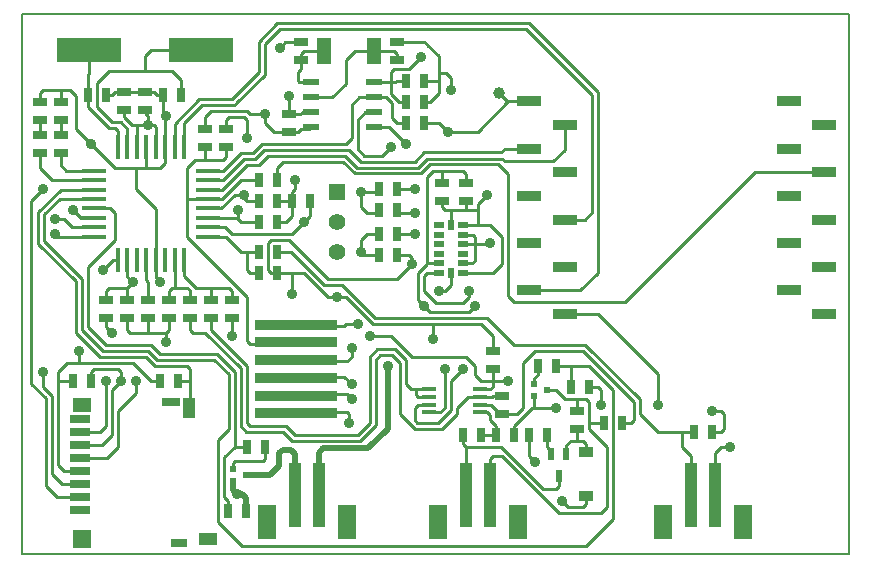
<source format=gbr>
G04 #@! TF.GenerationSoftware,KiCad,Pcbnew,(5.1.5-0-10_14)*
G04 #@! TF.CreationDate,2020-05-22T17:31:33+12:00*
G04 #@! TF.ProjectId,main-board,6d61696e-2d62-46f6-9172-642e6b696361,C*
G04 #@! TF.SameCoordinates,Original*
G04 #@! TF.FileFunction,Copper,L1,Top*
G04 #@! TF.FilePolarity,Positive*
%FSLAX46Y46*%
G04 Gerber Fmt 4.6, Leading zero omitted, Abs format (unit mm)*
G04 Created by KiCad (PCBNEW (5.1.5-0-10_14)) date 2020-05-22 17:31:33*
%MOMM*%
%LPD*%
G04 APERTURE LIST*
%ADD10C,0.200000*%
%ADD11R,2.100000X0.850000*%
%ADD12R,1.998980X0.449580*%
%ADD13R,0.449580X1.998980*%
%ADD14R,0.530000X0.530000*%
%ADD15R,0.599440X1.000760*%
%ADD16R,1.399540X0.599440*%
%ADD17R,1.600000X3.000000*%
%ADD18R,1.000000X5.500000*%
%ADD19R,5.500000X2.000000*%
%ADD20R,1.300000X2.200000*%
%ADD21R,0.635000X1.143000*%
%ADD22R,1.143000X0.635000*%
%ADD23R,1.750000X0.700000*%
%ADD24R,1.500000X1.300000*%
%ADD25R,1.500000X1.500000*%
%ADD26R,1.500000X0.800000*%
%ADD27R,1.000000X1.800000*%
%ADD28R,1.550000X1.000000*%
%ADD29R,1.400000X0.800000*%
%ADD30C,1.397000*%
%ADD31R,1.397000X1.397000*%
%ADD32R,0.813000X0.500000*%
%ADD33R,0.500000X0.813000*%
%ADD34R,1.220000X0.915000*%
%ADD35R,7.000000X0.850000*%
%ADD36R,1.270000X0.381000*%
%ADD37C,0.900000*%
%ADD38C,1.000000*%
%ADD39C,0.254000*%
%ADD40C,0.508000*%
G04 APERTURE END LIST*
D10*
X44000000Y-97300000D02*
X44000000Y-51600000D01*
X114000000Y-97300000D02*
X44000000Y-97300000D01*
X114000000Y-51600000D02*
X114000000Y-97300000D01*
X44000000Y-51600000D02*
X114000000Y-51600000D01*
D11*
X111950000Y-76966000D03*
X108950000Y-74966000D03*
X111950000Y-72966000D03*
X108950000Y-70966000D03*
X111950000Y-68966000D03*
X108950000Y-66966000D03*
X111950000Y-64966000D03*
X108950000Y-62966000D03*
X111950000Y-60966000D03*
X108950000Y-58966000D03*
X89950000Y-76966000D03*
X86950000Y-74966000D03*
X89950000Y-72966000D03*
X86950000Y-70966000D03*
X89950000Y-68966000D03*
X86950000Y-66966000D03*
X89950000Y-64966000D03*
X86950000Y-62966000D03*
X89950000Y-60966000D03*
X86950000Y-58966000D03*
D12*
X50128800Y-70436000D03*
X50128800Y-69623200D03*
X50128800Y-68810400D03*
X50128800Y-67997600D03*
X50128800Y-67210200D03*
X50128800Y-66422800D03*
X50128800Y-65610000D03*
X50128800Y-64822600D03*
X59730000Y-70415680D03*
X59730000Y-69618120D03*
X59730000Y-68815480D03*
X59730000Y-68017920D03*
X59730000Y-67215280D03*
X59730000Y-66417720D03*
X59730000Y-65615080D03*
X59730000Y-64817520D03*
D13*
X56936000Y-72391800D03*
X56123200Y-72391800D03*
X55335800Y-72391800D03*
X54523000Y-72391800D03*
X53735600Y-72391800D03*
X52922800Y-72391800D03*
X52110000Y-72391800D03*
X57723400Y-72391800D03*
X57728480Y-62826160D03*
X56928380Y-62826160D03*
X56128280Y-62826160D03*
X55328180Y-62826160D03*
X54528080Y-62826160D03*
X53727980Y-62826160D03*
X52927880Y-62826160D03*
X52127780Y-62826160D03*
D14*
X62950000Y-90600000D03*
X61850000Y-90100000D03*
X61850000Y-91100000D03*
X88474000Y-83390000D03*
X87374000Y-82890000D03*
X87374000Y-83890000D03*
D15*
X89448000Y-90689960D03*
X90098240Y-88790040D03*
X88797760Y-88790040D03*
D16*
X68493000Y-61165000D03*
X68493000Y-59895000D03*
X68493000Y-58625000D03*
X73827000Y-61165000D03*
X73827000Y-59895000D03*
X73827000Y-58625000D03*
X68493000Y-57355000D03*
X73827000Y-57355000D03*
D17*
X64712000Y-94574000D03*
X71512000Y-94574000D03*
D18*
X69112000Y-92324000D03*
X67112000Y-92324000D03*
D17*
X79190000Y-94574000D03*
X85990000Y-94574000D03*
D18*
X83590000Y-92324000D03*
X81590000Y-92324000D03*
D17*
X98240000Y-94574000D03*
X105040000Y-94574000D03*
D18*
X102640000Y-92324000D03*
X100640000Y-92324000D03*
D19*
X59164000Y-54648000D03*
X49664000Y-54648000D03*
D20*
X69568000Y-54688000D03*
X73768000Y-54688000D03*
D21*
X82844000Y-87200000D03*
X81320000Y-87200000D03*
X75732000Y-70182000D03*
X74208000Y-70182000D03*
X94782000Y-86184000D03*
X93258000Y-86184000D03*
X85638000Y-87200000D03*
X84114000Y-87200000D03*
X90464000Y-83136000D03*
X91988000Y-83136000D03*
D22*
X58206000Y-75770000D03*
X58206000Y-77294000D03*
X90972000Y-86692000D03*
X90972000Y-85168000D03*
D21*
X100878000Y-86946000D03*
X102402000Y-86946000D03*
X61438000Y-93600000D03*
X62962000Y-93600000D03*
X74208000Y-66372000D03*
X75732000Y-66372000D03*
X65572000Y-67388000D03*
X64048000Y-67388000D03*
X75732000Y-68150000D03*
X74208000Y-68150000D03*
D22*
X59984000Y-75770000D03*
X59984000Y-77294000D03*
D21*
X65572000Y-69166000D03*
X64048000Y-69166000D03*
D22*
X47284000Y-60530000D03*
X47284000Y-59006000D03*
D21*
X55666000Y-82628000D03*
X57190000Y-82628000D03*
D22*
X61254000Y-61292000D03*
X61254000Y-62816000D03*
D21*
X78018000Y-60784000D03*
X76494000Y-60784000D03*
X86908000Y-87200000D03*
X88432000Y-87200000D03*
X64048000Y-71706000D03*
X65572000Y-71706000D03*
X74208000Y-71960000D03*
X75732000Y-71960000D03*
D22*
X45506000Y-60530000D03*
X45506000Y-59006000D03*
D23*
X48921000Y-90248000D03*
X48921000Y-89148000D03*
X48921000Y-91348000D03*
X48921000Y-88048000D03*
X48921000Y-92448000D03*
X48921000Y-86948000D03*
X48921000Y-93548000D03*
X48921000Y-85848000D03*
D24*
X49046000Y-84648000D03*
D25*
X49046000Y-95998000D03*
D26*
X56646000Y-84398000D03*
D27*
X58146000Y-84898000D03*
D28*
X59721000Y-95998000D03*
D29*
X57296000Y-96348000D03*
D30*
X70652000Y-71706000D03*
X70652000Y-69166000D03*
D31*
X70652000Y-66626000D03*
D22*
X84622000Y-83898000D03*
X84622000Y-85422000D03*
D32*
X79294000Y-73462000D03*
X79294000Y-72662000D03*
X79294000Y-71862000D03*
X79294000Y-71062000D03*
X79294000Y-70262000D03*
X79294000Y-69462000D03*
X81314000Y-69462000D03*
X81314000Y-70262000D03*
X81314000Y-71062000D03*
X81314000Y-71862000D03*
X81314000Y-72662000D03*
X81314000Y-73462000D03*
D33*
X80304000Y-73462000D03*
X80304000Y-69442000D03*
D34*
X91734000Y-92332000D03*
X91734000Y-88682000D03*
D21*
X87670000Y-81358000D03*
X89194000Y-81358000D03*
X64556000Y-88216000D03*
X63032000Y-88216000D03*
D35*
X67191000Y-82362000D03*
X67191000Y-83862000D03*
X67191000Y-85362000D03*
X67191000Y-80862000D03*
X67191000Y-79362000D03*
X67191000Y-77862000D03*
D22*
X47284000Y-61800000D03*
X47284000Y-63324000D03*
X45506000Y-61800000D03*
X45506000Y-63324000D03*
D21*
X55938000Y-58458000D03*
X57462000Y-58458000D03*
D22*
X52636000Y-58204000D03*
X52636000Y-59728000D03*
D21*
X51112000Y-58458000D03*
X49588000Y-58458000D03*
D22*
X52872000Y-77294000D03*
X52872000Y-75770000D03*
X54414000Y-58204000D03*
X54414000Y-59728000D03*
X54650000Y-77294000D03*
X54650000Y-75770000D03*
D21*
X49824000Y-82628000D03*
X48300000Y-82628000D03*
D22*
X59476000Y-61292000D03*
X59476000Y-62816000D03*
D21*
X78018000Y-59006000D03*
X76494000Y-59006000D03*
X78018000Y-57228000D03*
X76494000Y-57228000D03*
D22*
X75732000Y-53926000D03*
X75732000Y-55450000D03*
D21*
X65572000Y-65610000D03*
X64048000Y-65610000D03*
D22*
X67604000Y-53926000D03*
X67604000Y-55450000D03*
X81574000Y-65864000D03*
X81574000Y-67388000D03*
X79542000Y-65864000D03*
X79542000Y-67388000D03*
X83860000Y-80088000D03*
X83860000Y-81612000D03*
X61762000Y-75770000D03*
X61762000Y-77294000D03*
X66588000Y-61546000D03*
X66588000Y-60022000D03*
X56428000Y-75770000D03*
X56428000Y-77294000D03*
D21*
X65572000Y-73484000D03*
X64048000Y-73484000D03*
X66842000Y-67388000D03*
X68366000Y-67388000D03*
D22*
X51094000Y-75770000D03*
X51094000Y-77294000D03*
D36*
X82759000Y-83324640D03*
X82759000Y-83974880D03*
X82759000Y-84625120D03*
X82759000Y-85275360D03*
X78441000Y-85275360D03*
X78441000Y-84625120D03*
X78441000Y-83974880D03*
X78441000Y-83324640D03*
D37*
X71668000Y-86184000D03*
X46776000Y-70182000D03*
X51094000Y-82628000D03*
X46776000Y-68912000D03*
X45760000Y-81866000D03*
X71922000Y-79834000D03*
X53634000Y-82628000D03*
X50840000Y-73230000D03*
X71922000Y-82882000D03*
X72684000Y-71706000D03*
X48300000Y-68150000D03*
X45760000Y-66372000D03*
X81320000Y-81612000D03*
X75224000Y-62816000D03*
X79288000Y-75008000D03*
X62778000Y-66880000D03*
X76494000Y-62562000D03*
X62270000Y-68150000D03*
X81828000Y-75008000D03*
X103926000Y-88216000D03*
X87416000Y-89486000D03*
X53380000Y-74246000D03*
X73446000Y-78818000D03*
X89702000Y-92788000D03*
X85130000Y-82628000D03*
X77256000Y-70182000D03*
X80304000Y-57990000D03*
X64556000Y-60022000D03*
X97830000Y-84660000D03*
X65826000Y-54434000D03*
X55666000Y-74246000D03*
X83606000Y-70944000D03*
X82336000Y-76278000D03*
X78018000Y-76278000D03*
X49824000Y-62562000D03*
X52364000Y-82628000D03*
X72430000Y-77802000D03*
X56192000Y-60236000D03*
X62200000Y-92200000D03*
X71922000Y-84152000D03*
X51602000Y-78564000D03*
D38*
X84368000Y-58244000D03*
D37*
X77764000Y-55196000D03*
X80050000Y-61546000D03*
X67096000Y-65610000D03*
X48808000Y-80088000D03*
X83352000Y-66880000D03*
X63032000Y-62054000D03*
X54668000Y-60998000D03*
X61762000Y-78818000D03*
X66842000Y-75262000D03*
X56174000Y-79326000D03*
X79796000Y-81612000D03*
X77256000Y-66372000D03*
X77002000Y-72722000D03*
X78780000Y-79072000D03*
X89194000Y-84914000D03*
X93004000Y-84660000D03*
X102402000Y-85168000D03*
X70652000Y-75516000D03*
X66588000Y-58498000D03*
X67858000Y-69166000D03*
X77256000Y-68404000D03*
X74970000Y-81358000D03*
X72684000Y-66626000D03*
D39*
X58206000Y-84838000D02*
X58146000Y-84898000D01*
X58206000Y-82628000D02*
X58206000Y-84838000D01*
X47280368Y-66422800D02*
X45381538Y-68321630D01*
X45381538Y-68321630D02*
X45381538Y-71026370D01*
X50128800Y-66422800D02*
X47280368Y-66422800D01*
X58206000Y-81612000D02*
X57949462Y-81355462D01*
X58206000Y-82628000D02*
X58206000Y-81612000D01*
X54490336Y-80596000D02*
X55249798Y-81355462D01*
X55249798Y-81355462D02*
X57949462Y-81355462D01*
X50586000Y-80596000D02*
X54490336Y-80596000D01*
X48554000Y-74198832D02*
X45381538Y-71026370D01*
X50586000Y-80596000D02*
X48554000Y-78564000D01*
X48554000Y-78564000D02*
X48554000Y-74198832D01*
X57190000Y-82628000D02*
X58206000Y-82628000D01*
X47766600Y-64822600D02*
X47284000Y-64340000D01*
X47284000Y-64340000D02*
X47284000Y-63324000D01*
X50128800Y-64822600D02*
X47766600Y-64822600D01*
X46522000Y-65610000D02*
X45506000Y-64594000D01*
X45506000Y-64594000D02*
X45506000Y-63324000D01*
X50128800Y-65610000D02*
X46522000Y-65610000D01*
X71508000Y-85262000D02*
X71668000Y-85422000D01*
X71668000Y-85422000D02*
X71668000Y-86184000D01*
X67191000Y-85262000D02*
X71508000Y-85262000D01*
X47030000Y-70436000D02*
X50128800Y-70436000D01*
X46776000Y-70182000D02*
X47030000Y-70436000D01*
X50584000Y-86948000D02*
X51094000Y-86438000D01*
X51094000Y-86438000D02*
X51094000Y-82628000D01*
X48921000Y-86948000D02*
X50584000Y-86948000D01*
X71556000Y-80962000D02*
X67191000Y-80962000D01*
X48249200Y-69623200D02*
X50128800Y-69623200D01*
X47538000Y-68912000D02*
X48249200Y-69623200D01*
X46776000Y-68912000D02*
X47538000Y-68912000D01*
X48921000Y-91348000D02*
X47368000Y-91348000D01*
X46522000Y-90502000D02*
X47368000Y-91348000D01*
X46522000Y-83898000D02*
X45760000Y-83136000D01*
X45760000Y-83136000D02*
X45760000Y-81866000D01*
X46522000Y-90502000D02*
X46522000Y-83898000D01*
X71922000Y-80596000D02*
X71556000Y-80962000D01*
X71922000Y-79834000D02*
X71922000Y-80596000D01*
X71924538Y-59257462D02*
X71924538Y-62051462D01*
X72557000Y-58625000D02*
X71924538Y-59257462D01*
X73827000Y-58625000D02*
X72557000Y-58625000D01*
X74843000Y-58625000D02*
X75351000Y-59133000D01*
X75732000Y-60784000D02*
X76494000Y-60784000D01*
X73827000Y-58625000D02*
X74843000Y-58625000D01*
X61030480Y-64817520D02*
X62524000Y-63324000D01*
X62524000Y-63324000D02*
X63540000Y-63324000D01*
X59730000Y-64817520D02*
X61030480Y-64817520D01*
X64302000Y-62562000D02*
X71414000Y-62562000D01*
X71414000Y-62562000D02*
X71924538Y-62051462D01*
X63540000Y-63324000D02*
X64302000Y-62562000D01*
X75351000Y-60403000D02*
X75732000Y-60784000D01*
X75351000Y-59133000D02*
X75351000Y-60403000D01*
X51678200Y-72391800D02*
X50840000Y-73230000D01*
X52110000Y-72391800D02*
X51678200Y-72391800D01*
X52131046Y-85146954D02*
X52131046Y-88194954D01*
X52131046Y-88194954D02*
X51178000Y-89148000D01*
X51178000Y-89148000D02*
X48921000Y-89148000D01*
X53634000Y-83644000D02*
X52131046Y-85146954D01*
X53634000Y-82628000D02*
X53634000Y-83644000D01*
X67191000Y-82262000D02*
X71302000Y-82262000D01*
X71302000Y-82262000D02*
X71922000Y-82882000D01*
X73192000Y-70182000D02*
X72684000Y-70690000D01*
X72684000Y-70690000D02*
X72684000Y-71706000D01*
X74208000Y-70182000D02*
X73192000Y-70182000D01*
X72938000Y-71960000D02*
X72684000Y-71706000D01*
X74208000Y-71960000D02*
X72938000Y-71960000D01*
X62166584Y-59111954D02*
X62166584Y-59129954D01*
X62166584Y-59129954D02*
X62036538Y-59260000D01*
X62036538Y-59260000D02*
X59222000Y-59260000D01*
X64574000Y-54140000D02*
X64574000Y-56704538D01*
X91658000Y-68966000D02*
X89950000Y-68966000D01*
X86672000Y-52870000D02*
X65844000Y-52870000D01*
X92260000Y-58458000D02*
X86672000Y-52870000D01*
X92260000Y-68364000D02*
X92260000Y-58458000D01*
X91658000Y-68966000D02*
X92260000Y-68364000D01*
X65844000Y-52870000D02*
X64574000Y-54140000D01*
X57728480Y-62826160D02*
X57728480Y-60753520D01*
X57728480Y-60753520D02*
X59222000Y-59260000D01*
X64574000Y-56704538D02*
X62166584Y-59111954D01*
X60997458Y-65615080D02*
X59730000Y-65615080D01*
X63746832Y-63832000D02*
X64511370Y-63067462D01*
X62780538Y-63832000D02*
X63746832Y-63832000D01*
X60997458Y-65615080D02*
X62780538Y-63832000D01*
X84894000Y-62966000D02*
X86950000Y-62966000D01*
X84576000Y-63284000D02*
X84894000Y-62966000D01*
X78036000Y-63284000D02*
X77268924Y-64051076D01*
X77268924Y-64051076D02*
X72707076Y-64051076D01*
X72707076Y-64051076D02*
X71723462Y-63067462D01*
X71723462Y-63067462D02*
X64511370Y-63067462D01*
X84576000Y-63284000D02*
X78036000Y-63284000D01*
X91246000Y-74966000D02*
X92765462Y-73446538D01*
X92765462Y-73446538D02*
X92765462Y-58201462D01*
X92765462Y-58201462D02*
X86926000Y-52362000D01*
X86926000Y-52362000D02*
X65637168Y-52362000D01*
X65637168Y-52362000D02*
X64066000Y-53933168D01*
X64066000Y-53933168D02*
X64066000Y-56497706D01*
X64066000Y-56497706D02*
X61809168Y-58754538D01*
X61809168Y-58754538D02*
X59012630Y-58754538D01*
X59012630Y-58754538D02*
X56928380Y-60838788D01*
X56928380Y-60838788D02*
X56928380Y-62826160D01*
X86950000Y-74966000D02*
X91246000Y-74966000D01*
X71387370Y-63572924D02*
X72370984Y-64556538D01*
X72370984Y-64556538D02*
X77547462Y-64556538D01*
X77547462Y-64556538D02*
X78309462Y-63794538D01*
X78309462Y-63794538D02*
X84642538Y-63794538D01*
X84642538Y-63794538D02*
X84894000Y-64046000D01*
X84894000Y-64046000D02*
X88958000Y-64046000D01*
X88958000Y-64046000D02*
X89950000Y-63054000D01*
X89950000Y-63054000D02*
X89950000Y-60966000D01*
X60954280Y-66417720D02*
X63032000Y-64340000D01*
X59730000Y-66417720D02*
X60954280Y-66417720D01*
X64042924Y-64340000D02*
X64810000Y-63572924D01*
X63032000Y-64340000D02*
X64042924Y-64340000D01*
X64810000Y-63572924D02*
X71387370Y-63572924D01*
X51366000Y-56426000D02*
X50350000Y-57442000D01*
X50350000Y-57442000D02*
X50350000Y-59474000D01*
X50350000Y-59474000D02*
X51620000Y-60744000D01*
X52927880Y-61289880D02*
X52927880Y-62826160D01*
X51620000Y-60744000D02*
X52382000Y-60744000D01*
X52382000Y-60744000D02*
X52927880Y-61289880D01*
X57462000Y-57188000D02*
X57462000Y-58458000D01*
X56700000Y-56426000D02*
X57462000Y-57188000D01*
X54414000Y-56426000D02*
X56700000Y-56426000D01*
X51366000Y-56426000D02*
X54414000Y-56426000D01*
X54922000Y-54648000D02*
X54414000Y-55156000D01*
X54414000Y-55156000D02*
X54414000Y-56426000D01*
X59164000Y-54648000D02*
X54922000Y-54648000D01*
X49664000Y-56604000D02*
X49588000Y-56680000D01*
X49588000Y-56680000D02*
X49588000Y-58458000D01*
X49664000Y-54648000D02*
X49664000Y-56604000D01*
X52127780Y-61503242D02*
X51876538Y-61252000D01*
X51876538Y-61252000D02*
X51413168Y-61252000D01*
X51413168Y-61252000D02*
X49588000Y-59426832D01*
X49588000Y-59426832D02*
X49588000Y-58458000D01*
X52127780Y-62826160D02*
X52127780Y-61503242D01*
X59730000Y-67215280D02*
X57952000Y-67215280D01*
X60918720Y-67215280D02*
X62524000Y-65610000D01*
X62524000Y-65610000D02*
X64048000Y-65610000D01*
X59730000Y-67215280D02*
X60918720Y-67215280D01*
X57952000Y-64594000D02*
X58650500Y-63895500D01*
X61254000Y-63705000D02*
X61063500Y-63895500D01*
X59476000Y-63895500D02*
X58650500Y-63895500D01*
X61063500Y-63895500D02*
X59476000Y-63895500D01*
X61254000Y-62816000D02*
X61254000Y-63705000D01*
X59476000Y-62816000D02*
X59476000Y-63895500D01*
X57952000Y-67215280D02*
X57952000Y-67134000D01*
X57952000Y-67134000D02*
X57952000Y-64594000D01*
X57952000Y-70436000D02*
X57952000Y-67134000D01*
X57952000Y-70436000D02*
X63032000Y-75516000D01*
X63286000Y-79462000D02*
X67191000Y-79462000D01*
X63032000Y-79208000D02*
X63286000Y-79462000D01*
X63032000Y-75516000D02*
X63032000Y-79208000D01*
X50128800Y-68810400D02*
X48960400Y-68810400D01*
X48960400Y-68810400D02*
X48300000Y-68150000D01*
X46014000Y-84104832D02*
X44767584Y-82858416D01*
X44767584Y-67364416D02*
X45760000Y-66372000D01*
X44767584Y-82858416D02*
X44767584Y-67364416D01*
X46944000Y-92448000D02*
X46014000Y-91518000D01*
X46014000Y-91518000D02*
X46014000Y-84104832D01*
X48921000Y-92448000D02*
X46944000Y-92448000D01*
X77256000Y-84914000D02*
X77256000Y-85953584D01*
X80304000Y-85120832D02*
X79240832Y-86184000D01*
X81320000Y-81612000D02*
X81317462Y-81612000D01*
X81317462Y-81612000D02*
X80304000Y-82625462D01*
X80304000Y-82625462D02*
X80304000Y-85120832D01*
X79216000Y-86184000D02*
X79213470Y-86186530D01*
X79240832Y-86184000D02*
X79216000Y-86184000D01*
X77488946Y-86186530D02*
X77256000Y-85953584D01*
X79213470Y-86186530D02*
X77488946Y-86186530D01*
X77263120Y-84914000D02*
X77256000Y-84914000D01*
X77552000Y-84625120D02*
X77263120Y-84914000D01*
X78441000Y-84625120D02*
X77552000Y-84625120D01*
X57723400Y-73763400D02*
X58714000Y-74754000D01*
X57723400Y-72391800D02*
X57723400Y-73763400D01*
X61762000Y-75008000D02*
X61762000Y-75770000D01*
X61508000Y-74754000D02*
X61762000Y-75008000D01*
X59984000Y-74754000D02*
X61508000Y-74754000D01*
X58714000Y-74754000D02*
X59984000Y-74754000D01*
X59984000Y-75770000D02*
X59984000Y-74754000D01*
X51449600Y-67997600D02*
X50128800Y-67997600D01*
X49570000Y-78056000D02*
X49570000Y-72976000D01*
X49570000Y-78056000D02*
X51094000Y-79580000D01*
X54904000Y-79580000D02*
X51094000Y-79580000D01*
X54904000Y-79580000D02*
X55666000Y-80342000D01*
X55666000Y-80342000D02*
X60492000Y-80342000D01*
X62016000Y-81866000D02*
X60492000Y-80342000D01*
X63032000Y-88216000D02*
X62016000Y-88216000D01*
X51856000Y-68404000D02*
X51856000Y-70690000D01*
X51856000Y-70690000D02*
X49570000Y-72976000D01*
X51449600Y-67997600D02*
X51856000Y-68404000D01*
X62016000Y-81866000D02*
X62016000Y-86984000D01*
X62016000Y-86984000D02*
X62016000Y-88216000D01*
X61105470Y-92441970D02*
X61438000Y-92774500D01*
X61438000Y-92774500D02*
X61438000Y-93600000D01*
X61105470Y-89094530D02*
X61105470Y-92441970D01*
X62016000Y-88184000D02*
X61105470Y-89094530D01*
X62016000Y-86984000D02*
X62016000Y-88184000D01*
X62524000Y-71706000D02*
X61254000Y-70436000D01*
X61254000Y-70436000D02*
X59750320Y-70436000D01*
X59750320Y-70436000D02*
X59730000Y-70415680D01*
X63286000Y-73484000D02*
X63032000Y-73230000D01*
X63032000Y-73230000D02*
X63032000Y-71706000D01*
X64048000Y-73484000D02*
X63286000Y-73484000D01*
X64048000Y-71706000D02*
X63032000Y-71706000D01*
X63032000Y-71706000D02*
X62524000Y-71706000D01*
X73065000Y-59895000D02*
X73827000Y-59895000D01*
X73065000Y-59895000D02*
X72430000Y-60530000D01*
X62778000Y-67134000D02*
X63032000Y-67388000D01*
X63032000Y-67388000D02*
X64048000Y-67388000D01*
X62778000Y-66880000D02*
X62778000Y-67134000D01*
X60878080Y-68017920D02*
X59730000Y-68017920D01*
X60878080Y-68017920D02*
X62016000Y-66880000D01*
X62778000Y-66880000D02*
X62016000Y-66880000D01*
X80304000Y-74500000D02*
X79796000Y-75008000D01*
X79796000Y-75008000D02*
X79288000Y-75008000D01*
X80304000Y-74500000D02*
X80304000Y-73462000D01*
X72430000Y-63012000D02*
X72963614Y-63545614D01*
X72963614Y-63545614D02*
X74494386Y-63545614D01*
X74494386Y-63545614D02*
X75224000Y-62816000D01*
X72430000Y-60530000D02*
X72430000Y-63012000D01*
X62270000Y-68912000D02*
X62173480Y-68815480D01*
X62524000Y-69166000D02*
X62270000Y-68912000D01*
X62173480Y-68815480D02*
X59730000Y-68815480D01*
X64048000Y-69166000D02*
X62524000Y-69166000D01*
X75097000Y-61165000D02*
X76494000Y-62562000D01*
X73827000Y-61165000D02*
X75097000Y-61165000D01*
X62270000Y-68912000D02*
X62270000Y-68150000D01*
X78294000Y-73462000D02*
X79294000Y-73462000D01*
X78018000Y-73738000D02*
X78018000Y-75008000D01*
X78294000Y-73462000D02*
X78018000Y-73738000D01*
X81828000Y-75516000D02*
X81317462Y-76026538D01*
X81828000Y-75008000D02*
X81828000Y-75516000D01*
X78018000Y-75008000D02*
X79036538Y-76026538D01*
X79036538Y-76026538D02*
X81317462Y-76026538D01*
X83860000Y-81612000D02*
X83860000Y-82628000D01*
X103164000Y-88216000D02*
X103926000Y-88216000D01*
X102640000Y-88740000D02*
X103164000Y-88216000D01*
X102640000Y-88740000D02*
X102640000Y-92324000D01*
X86908000Y-87200000D02*
X86908000Y-88978000D01*
X86908000Y-88978000D02*
X87416000Y-89486000D01*
X52922800Y-73788800D02*
X53380000Y-74246000D01*
X52922800Y-72391800D02*
X52922800Y-73788800D01*
X52872000Y-74754000D02*
X52872000Y-75770000D01*
X53380000Y-74246000D02*
X52872000Y-74754000D01*
X83860000Y-83136000D02*
X83860000Y-82628000D01*
X75224000Y-78818000D02*
X77002000Y-80596000D01*
X77002000Y-80596000D02*
X81574000Y-80596000D01*
X73446000Y-78818000D02*
X75224000Y-78818000D01*
X82336000Y-81358000D02*
X82336000Y-82120000D01*
X82336000Y-82120000D02*
X82844000Y-82628000D01*
X82844000Y-82628000D02*
X83860000Y-82628000D01*
X81574000Y-80596000D02*
X82336000Y-81358000D01*
X91734000Y-93042000D02*
X91480000Y-93296000D01*
X90210000Y-93296000D02*
X89702000Y-92788000D01*
X91480000Y-93296000D02*
X90210000Y-93296000D01*
X91734000Y-92332000D02*
X91734000Y-93042000D01*
X83860000Y-82628000D02*
X85130000Y-82628000D01*
X51348000Y-74754000D02*
X51094000Y-75008000D01*
X51094000Y-75008000D02*
X51094000Y-75770000D01*
X52872000Y-74754000D02*
X51348000Y-74754000D01*
X83671360Y-83324640D02*
X82759000Y-83324640D01*
X83860000Y-83136000D02*
X83671360Y-83324640D01*
X75732000Y-70182000D02*
X77256000Y-70182000D01*
X56428000Y-75516000D02*
X56428000Y-75770000D01*
X56428000Y-75008000D02*
X56682000Y-74754000D01*
X56682000Y-74754000D02*
X56936000Y-74754000D01*
X56428000Y-75770000D02*
X56428000Y-75008000D01*
X56936000Y-72391800D02*
X56936000Y-74754000D01*
X57999168Y-74754000D02*
X58206000Y-74960832D01*
X58206000Y-74960832D02*
X58206000Y-75770000D01*
X56936000Y-74754000D02*
X57999168Y-74754000D01*
X89194000Y-81358000D02*
X90464000Y-81358000D01*
X90464000Y-83136000D02*
X90464000Y-81358000D01*
X91990538Y-81358000D02*
X90464000Y-81358000D01*
X94020000Y-83387462D02*
X91990538Y-81358000D01*
X60600000Y-87597000D02*
X60600000Y-94600000D01*
X61510538Y-82075370D02*
X61510538Y-86686462D01*
X91734000Y-96598000D02*
X94020000Y-94312000D01*
X61510538Y-86686462D02*
X60600000Y-87597000D01*
X50128800Y-67210200D02*
X47207800Y-67210200D01*
X60285168Y-80850000D02*
X61510538Y-82075370D01*
X55459168Y-80850000D02*
X60285168Y-80850000D01*
X62598000Y-96598000D02*
X91734000Y-96598000D01*
X50840000Y-80088000D02*
X54697168Y-80088000D01*
X49062000Y-78310000D02*
X50840000Y-80088000D01*
X60600000Y-94600000D02*
X62598000Y-96598000D01*
X54697168Y-80088000D02*
X55459168Y-80850000D01*
X94020000Y-94312000D02*
X94020000Y-83387462D01*
X49062000Y-73992000D02*
X49062000Y-78310000D01*
X45887000Y-70817000D02*
X49062000Y-73992000D01*
X45887000Y-68531000D02*
X45887000Y-70817000D01*
X47207800Y-67210200D02*
X45887000Y-68531000D01*
X52110000Y-81612000D02*
X52364000Y-81866000D01*
X49824000Y-82628000D02*
X49824000Y-81866000D01*
X49824000Y-81866000D02*
X50078000Y-81612000D01*
X50078000Y-81612000D02*
X52110000Y-81612000D01*
X78526000Y-59006000D02*
X78018000Y-59006000D01*
X79288000Y-57228000D02*
X79288000Y-56593000D01*
X79288000Y-56593000D02*
X79288000Y-55148832D01*
X79288000Y-55148832D02*
X78290000Y-54150832D01*
X79288000Y-58244000D02*
X79288000Y-57228000D01*
X78526000Y-59006000D02*
X79288000Y-58244000D01*
X78018000Y-57228000D02*
X79288000Y-57228000D01*
X79923000Y-56593000D02*
X80304000Y-56974000D01*
X80304000Y-56974000D02*
X80304000Y-57990000D01*
X79288000Y-56593000D02*
X79923000Y-56593000D01*
X66588000Y-61546000D02*
X65318000Y-61546000D01*
X67350000Y-61546000D02*
X67604000Y-61292000D01*
X67604000Y-61292000D02*
X68366000Y-61292000D01*
X68366000Y-61292000D02*
X68493000Y-61165000D01*
X66588000Y-61546000D02*
X67350000Y-61546000D01*
X55666000Y-64594000D02*
X56128280Y-64131720D01*
X56128280Y-64131720D02*
X56128280Y-62826160D01*
X54396000Y-64594000D02*
X55666000Y-64594000D01*
X53634000Y-64594000D02*
X54396000Y-64594000D01*
X54528080Y-64594000D02*
X54396000Y-64594000D01*
X54528080Y-62826160D02*
X54528080Y-64594000D01*
X53634000Y-66372000D02*
X55335800Y-68073800D01*
X55335800Y-68073800D02*
X55335800Y-72391800D01*
X53634000Y-64594000D02*
X53634000Y-66372000D01*
X59476000Y-60303000D02*
X60011000Y-59768000D01*
X59476000Y-61292000D02*
X59476000Y-60303000D01*
X60011000Y-59768000D02*
X63090000Y-59768000D01*
X64556000Y-60784000D02*
X65318000Y-61546000D01*
X64556000Y-60022000D02*
X64556000Y-60784000D01*
X81314000Y-71062000D02*
X82336000Y-71062000D01*
X82162000Y-70262000D02*
X82336000Y-70436000D01*
X82336000Y-70436000D02*
X82336000Y-71062000D01*
X81314000Y-70262000D02*
X82162000Y-70262000D01*
X82142000Y-72662000D02*
X82336000Y-72468000D01*
X82336000Y-72468000D02*
X82336000Y-71062000D01*
X81314000Y-72662000D02*
X82142000Y-72662000D01*
X51856000Y-64594000D02*
X53634000Y-64594000D01*
X81574000Y-65864000D02*
X81574000Y-65102000D01*
X55335800Y-73915800D02*
X55666000Y-74246000D01*
X55335800Y-73915800D02*
X55335800Y-72391800D01*
X45506000Y-59006000D02*
X45506000Y-58244000D01*
X45506000Y-58244000D02*
X45760000Y-57990000D01*
X47284000Y-57990000D02*
X48046000Y-57990000D01*
X45760000Y-57990000D02*
X47284000Y-57990000D01*
X47284000Y-57990000D02*
X47284000Y-59006000D01*
X48046000Y-57990000D02*
X48554000Y-58498000D01*
X49824000Y-62562000D02*
X51856000Y-64594000D01*
X48554000Y-61292000D02*
X49824000Y-62562000D01*
X48554000Y-58498000D02*
X48554000Y-61292000D01*
X83488000Y-71062000D02*
X83606000Y-70944000D01*
X82336000Y-71062000D02*
X83488000Y-71062000D01*
X79294000Y-72662000D02*
X78332000Y-72662000D01*
X78272000Y-72722000D02*
X77510000Y-73484000D01*
X78332000Y-72662000D02*
X78272000Y-72722000D01*
X82336000Y-76280538D02*
X81828000Y-76788538D01*
X78018000Y-76278000D02*
X78528538Y-76788538D01*
X78528538Y-76788538D02*
X81828000Y-76788538D01*
X82336000Y-76278000D02*
X82336000Y-76280538D01*
X77510000Y-75770000D02*
X78018000Y-76278000D01*
X77510000Y-73484000D02*
X77510000Y-75770000D01*
X78272000Y-65356000D02*
X78780000Y-64848000D01*
X79542000Y-64848000D02*
X81320000Y-64848000D01*
X78780000Y-64848000D02*
X79542000Y-64848000D01*
X78272000Y-72722000D02*
X78272000Y-65356000D01*
X79542000Y-65864000D02*
X79542000Y-64848000D01*
X81320000Y-64848000D02*
X81574000Y-65102000D01*
X50801168Y-88048000D02*
X51625584Y-87223584D01*
X48921000Y-88048000D02*
X50801168Y-88048000D01*
X51625584Y-87223584D02*
X51625584Y-83366416D01*
X52364000Y-81866000D02*
X52364000Y-82628000D01*
X51625584Y-83366416D02*
X52364000Y-82628000D01*
X71414000Y-77802000D02*
X71254000Y-77962000D01*
X71254000Y-77962000D02*
X67191000Y-77962000D01*
X72430000Y-77802000D02*
X71414000Y-77802000D01*
X51620000Y-58458000D02*
X51874000Y-58204000D01*
X51874000Y-58204000D02*
X52636000Y-58204000D01*
X51112000Y-58458000D02*
X51620000Y-58458000D01*
X52636000Y-58204000D02*
X54414000Y-58204000D01*
X55176000Y-58204000D02*
X55430000Y-58458000D01*
X55430000Y-58458000D02*
X55938000Y-58458000D01*
X54414000Y-58204000D02*
X55176000Y-58204000D01*
X97830000Y-82062000D02*
X92734000Y-76966000D01*
X92734000Y-76966000D02*
X89950000Y-76966000D01*
X97830000Y-84660000D02*
X97830000Y-82062000D01*
X78065168Y-53926000D02*
X78279168Y-54140000D01*
X78279168Y-54140000D02*
X78290000Y-54140000D01*
X78290000Y-54140000D02*
X78290000Y-54150832D01*
X75732000Y-53926000D02*
X78065168Y-53926000D01*
X65826000Y-54412000D02*
X66312000Y-53926000D01*
X66312000Y-53926000D02*
X67604000Y-53926000D01*
X65826000Y-54434000D02*
X65826000Y-54412000D01*
X55938000Y-59982000D02*
X55938000Y-58458000D01*
X55938000Y-59982000D02*
X56192000Y-60236000D01*
X56128280Y-60299720D02*
X56192000Y-60236000D01*
X56128280Y-62826160D02*
X56128280Y-60299720D01*
X63344000Y-60022000D02*
X63090000Y-59768000D01*
X64556000Y-60022000D02*
X63344000Y-60022000D01*
D40*
X61850000Y-91873000D02*
X61850000Y-91100000D01*
X62641500Y-92200000D02*
X62200000Y-92200000D01*
X62962000Y-92520500D02*
X62641500Y-92200000D01*
X62177000Y-92200000D02*
X61850000Y-91873000D01*
X62962000Y-93600000D02*
X62962000Y-92520500D01*
X62200000Y-92200000D02*
X62177000Y-92200000D01*
D39*
X71532000Y-83762000D02*
X67191000Y-83762000D01*
X71532000Y-83762000D02*
X71922000Y-84152000D01*
X79542000Y-67896000D02*
X79796000Y-68150000D01*
X79542000Y-67388000D02*
X79542000Y-67896000D01*
X75732000Y-57228000D02*
X76494000Y-57228000D01*
X80304000Y-68150000D02*
X79796000Y-68150000D01*
X81447000Y-68150000D02*
X80304000Y-68150000D01*
X80304000Y-69442000D02*
X80304000Y-68150000D01*
X81574000Y-68150000D02*
X81447000Y-68150000D01*
X81574000Y-67388000D02*
X81574000Y-68150000D01*
X75605000Y-57355000D02*
X75732000Y-57228000D01*
X75224000Y-57355000D02*
X73827000Y-57355000D01*
X75605000Y-57355000D02*
X75224000Y-57355000D01*
X75224000Y-58291168D02*
X75938832Y-59006000D01*
X75938832Y-59006000D02*
X76494000Y-59006000D01*
X75224000Y-57355000D02*
X75224000Y-58291168D01*
X48808000Y-81106538D02*
X52872000Y-81106538D01*
X51094000Y-78056000D02*
X51602000Y-78564000D01*
X51094000Y-77294000D02*
X51094000Y-78056000D01*
X75224000Y-56466000D02*
X75224000Y-57355000D01*
X76748000Y-56212000D02*
X77764000Y-55196000D01*
X75478000Y-56212000D02*
X76748000Y-56212000D01*
X75224000Y-56466000D02*
X75478000Y-56212000D01*
X65572000Y-69166000D02*
X66334000Y-69166000D01*
X66842000Y-68658000D02*
X66334000Y-69166000D01*
X66842000Y-67388000D02*
X66842000Y-68658000D01*
X65572000Y-67388000D02*
X66842000Y-67388000D01*
X79288000Y-60784000D02*
X80050000Y-61546000D01*
X78018000Y-60784000D02*
X79288000Y-60784000D01*
X67096000Y-66372000D02*
X66842000Y-66626000D01*
X66842000Y-66626000D02*
X66842000Y-67388000D01*
X67096000Y-65610000D02*
X67096000Y-66372000D01*
X81314000Y-69462000D02*
X82590000Y-69462000D01*
X82590000Y-68150000D02*
X82590000Y-69462000D01*
X81447000Y-68150000D02*
X82590000Y-68150000D01*
X84622000Y-72722000D02*
X83882000Y-73462000D01*
X83882000Y-73462000D02*
X81314000Y-73462000D01*
X84622000Y-70436000D02*
X84622000Y-72722000D01*
X83648000Y-69462000D02*
X84622000Y-70436000D01*
X81314000Y-69462000D02*
X83648000Y-69462000D01*
X48808000Y-81106538D02*
X48808000Y-80088000D01*
X83352000Y-66880000D02*
X82590000Y-67642000D01*
X82590000Y-67642000D02*
X82590000Y-68150000D01*
X61508000Y-60276000D02*
X61254000Y-60530000D01*
X61254000Y-60530000D02*
X61254000Y-61292000D01*
X62778000Y-60276000D02*
X61508000Y-60276000D01*
X62778000Y-60276000D02*
X63032000Y-60530000D01*
X63032000Y-60530000D02*
X63032000Y-62054000D01*
X47030000Y-84403462D02*
X47027462Y-84406000D01*
X47030000Y-82628000D02*
X47030000Y-84403462D01*
X47027462Y-84406000D02*
X47030000Y-84406000D01*
X48300000Y-82628000D02*
X47030000Y-82628000D01*
X47030000Y-82628000D02*
X47030000Y-81866000D01*
X47030000Y-84406000D02*
X47030000Y-89742538D01*
X47535462Y-90248000D02*
X47030000Y-89742538D01*
X48921000Y-90248000D02*
X47535462Y-90248000D01*
X54904000Y-82628000D02*
X53382538Y-81106538D01*
X53382538Y-81106538D02*
X52874538Y-81106538D01*
X52874538Y-81106538D02*
X52872000Y-81104000D01*
X52872000Y-81104000D02*
X52872000Y-81106538D01*
X55666000Y-82628000D02*
X54904000Y-82628000D01*
X47789462Y-81106538D02*
X47030000Y-81866000D01*
X48808000Y-81106538D02*
X47789462Y-81106538D01*
X52636000Y-60283168D02*
X53350832Y-60998000D01*
X53652000Y-60998000D02*
X54668000Y-60998000D01*
X53350832Y-60998000D02*
X53652000Y-60998000D01*
X52636000Y-59728000D02*
X52636000Y-60283168D01*
X53727980Y-60998000D02*
X53652000Y-60998000D01*
X53727980Y-62826160D02*
X53727980Y-60998000D01*
X54414000Y-59982000D02*
X54668000Y-60236000D01*
X54668000Y-60236000D02*
X54668000Y-60998000D01*
X54414000Y-59728000D02*
X54414000Y-59982000D01*
X55176000Y-60998000D02*
X55328180Y-61150180D01*
X55328180Y-61150180D02*
X55328180Y-62826160D01*
X54668000Y-60998000D02*
X55176000Y-60998000D01*
X85090000Y-58966000D02*
X84368000Y-58244000D01*
X86950000Y-58966000D02*
X85090000Y-58966000D01*
X85170000Y-58966000D02*
X86950000Y-58966000D01*
X82590000Y-61546000D02*
X85170000Y-58966000D01*
X80050000Y-61546000D02*
X82590000Y-61546000D01*
X85638000Y-87200000D02*
X85638000Y-86438000D01*
X85638000Y-86438000D02*
X87162000Y-84914000D01*
X87374000Y-84914000D02*
X87162000Y-84914000D01*
X77002000Y-72214000D02*
X77002000Y-72722000D01*
X75732000Y-71960000D02*
X76748000Y-71960000D01*
X76748000Y-71960000D02*
X77002000Y-72214000D01*
X83860000Y-80088000D02*
X83860000Y-78818000D01*
X65572000Y-73484000D02*
X66842000Y-73484000D01*
X61762000Y-77294000D02*
X61762000Y-78818000D01*
X66842000Y-75262000D02*
X66842000Y-73484000D01*
X56174000Y-79326000D02*
X56174000Y-78564000D01*
X75732000Y-66372000D02*
X77256000Y-66372000D01*
X78780000Y-77802000D02*
X82844000Y-77802000D01*
X82844000Y-77802000D02*
X83860000Y-78818000D01*
X78780000Y-77802000D02*
X78780000Y-79072000D01*
X89194000Y-84914000D02*
X87374000Y-84914000D01*
X87374000Y-83890000D02*
X87374000Y-84914000D01*
X92750000Y-83136000D02*
X91988000Y-83136000D01*
X92750000Y-83136000D02*
X93004000Y-83390000D01*
X93004000Y-83390000D02*
X93004000Y-84660000D01*
X54650000Y-78564000D02*
X56174000Y-78564000D01*
X53126000Y-78564000D02*
X54650000Y-78564000D01*
X52872000Y-78310000D02*
X53126000Y-78564000D01*
X52872000Y-77294000D02*
X52872000Y-78310000D01*
X54650000Y-77294000D02*
X54650000Y-78564000D01*
X56428000Y-78310000D02*
X56174000Y-78564000D01*
X56428000Y-77294000D02*
X56428000Y-78310000D01*
X66842000Y-73484000D02*
X67858000Y-73484000D01*
X71414000Y-75516000D02*
X70652000Y-75516000D01*
X78780000Y-77802000D02*
X73700000Y-77802000D01*
X75732000Y-73992000D02*
X77002000Y-72722000D01*
X65572000Y-73484000D02*
X65064000Y-73484000D01*
X64810000Y-70944000D02*
X65064000Y-70690000D01*
X64810000Y-73230000D02*
X64810000Y-70944000D01*
X64810000Y-73230000D02*
X65064000Y-73484000D01*
X69890000Y-73992000D02*
X66588000Y-70690000D01*
X66588000Y-70690000D02*
X65064000Y-70690000D01*
X75732000Y-73992000D02*
X69890000Y-73992000D01*
X103164000Y-85168000D02*
X103418000Y-85422000D01*
X103418000Y-85422000D02*
X103418000Y-86692000D01*
X103418000Y-86692000D02*
X103164000Y-86946000D01*
X103164000Y-86946000D02*
X102402000Y-86946000D01*
X102402000Y-85168000D02*
X103164000Y-85168000D01*
X79796000Y-81612000D02*
X79796000Y-84914000D01*
X67858000Y-73484000D02*
X69890000Y-75516000D01*
X69890000Y-75516000D02*
X70652000Y-75516000D01*
X73700000Y-77802000D02*
X71414000Y-75516000D01*
X79434640Y-85275360D02*
X78441000Y-85275360D01*
X79796000Y-84914000D02*
X79434640Y-85275360D01*
X54523000Y-74119000D02*
X54650000Y-74246000D01*
X54650000Y-74246000D02*
X54650000Y-75770000D01*
X54523000Y-72391800D02*
X54523000Y-74119000D01*
X75732000Y-54942000D02*
X75478000Y-54688000D01*
X75478000Y-54688000D02*
X73768000Y-54688000D01*
X75732000Y-55450000D02*
X75732000Y-54942000D01*
X70271000Y-58625000D02*
X71414000Y-57482000D01*
X71414000Y-57482000D02*
X71414000Y-55450000D01*
X71414000Y-55450000D02*
X72176000Y-54688000D01*
X72176000Y-54688000D02*
X73768000Y-54688000D01*
X68493000Y-58625000D02*
X70271000Y-58625000D01*
X77756832Y-65062000D02*
X72161614Y-65062000D01*
X65572000Y-64586386D02*
X66080000Y-64078386D01*
X66080000Y-64078386D02*
X71178000Y-64078386D01*
X65572000Y-65610000D02*
X65572000Y-64586386D01*
X84328000Y-64300000D02*
X85130000Y-65102000D01*
X78518832Y-64300000D02*
X77756832Y-65062000D01*
X84328000Y-64300000D02*
X78518832Y-64300000D01*
X85130000Y-75458000D02*
X85656000Y-75984000D01*
X85656000Y-75984000D02*
X95054000Y-75984000D01*
X95054000Y-75984000D02*
X106072000Y-64966000D01*
X106072000Y-64966000D02*
X111950000Y-64966000D01*
X85130000Y-65102000D02*
X85130000Y-75458000D01*
X72161614Y-65062000D02*
X71178000Y-64078386D01*
X67604000Y-55450000D02*
X67604000Y-56212000D01*
X67477000Y-57355000D02*
X67350000Y-57228000D01*
X67350000Y-57228000D02*
X67350000Y-56466000D01*
X67350000Y-56466000D02*
X67604000Y-56212000D01*
X68493000Y-57355000D02*
X67477000Y-57355000D01*
X67858000Y-54688000D02*
X67604000Y-54942000D01*
X67604000Y-54942000D02*
X67604000Y-55450000D01*
X69568000Y-54688000D02*
X67858000Y-54688000D01*
X67604000Y-60022000D02*
X67731000Y-59895000D01*
X67731000Y-59895000D02*
X68493000Y-59895000D01*
X66588000Y-60022000D02*
X67604000Y-60022000D01*
X66588000Y-60022000D02*
X66588000Y-58498000D01*
X90098240Y-88073760D02*
X90464000Y-87708000D01*
X90098240Y-88790040D02*
X90098240Y-88073760D01*
X91480000Y-87708000D02*
X91734000Y-87962000D01*
X91734000Y-87962000D02*
X91734000Y-88682000D01*
X90972000Y-87708000D02*
X91480000Y-87708000D01*
X90464000Y-87708000D02*
X90972000Y-87708000D01*
X90972000Y-86692000D02*
X90972000Y-87708000D01*
X59730000Y-69618120D02*
X61198120Y-69618120D01*
X61198120Y-69618120D02*
X61762000Y-70182000D01*
X66842000Y-70182000D02*
X61762000Y-70182000D01*
X67858000Y-69166000D02*
X66842000Y-70182000D01*
X68366000Y-68658000D02*
X67858000Y-69166000D01*
X68366000Y-67388000D02*
X68366000Y-68658000D01*
X47284000Y-60530000D02*
X47284000Y-61800000D01*
X45506000Y-60530000D02*
X45506000Y-61800000D01*
X75732000Y-68404000D02*
X77256000Y-68404000D01*
D40*
X74970000Y-86692000D02*
X74970000Y-81358000D01*
X74970000Y-86692000D02*
X73319000Y-88343000D01*
X69112000Y-88740000D02*
X69112000Y-92324000D01*
X69509000Y-88343000D02*
X69112000Y-88740000D01*
X73319000Y-88343000D02*
X69509000Y-88343000D01*
D39*
X89194000Y-83390000D02*
X89956000Y-84152000D01*
X88474000Y-83390000D02*
X89194000Y-83390000D01*
X89956000Y-84152000D02*
X90972000Y-84152000D01*
X84622000Y-88978000D02*
X83860000Y-88978000D01*
X89448000Y-93804000D02*
X93004000Y-93804000D01*
X93512000Y-93296000D02*
X93004000Y-93804000D01*
X93512000Y-88216000D02*
X93512000Y-93296000D01*
X83590000Y-92324000D02*
X83590000Y-89248000D01*
X83590000Y-89248000D02*
X83860000Y-88978000D01*
X89448000Y-93804000D02*
X84622000Y-88978000D01*
X90972000Y-85168000D02*
X90972000Y-84152000D01*
X91988000Y-86692000D02*
X93512000Y-88216000D01*
X91988000Y-86184000D02*
X91988000Y-86692000D01*
X90972000Y-84152000D02*
X91734000Y-84152000D01*
X91734000Y-84152000D02*
X91988000Y-84406000D01*
X91988000Y-84406000D02*
X91988000Y-86184000D01*
X93258000Y-86184000D02*
X91988000Y-86184000D01*
X81320000Y-87962000D02*
X81590000Y-88232000D01*
X81590000Y-88232000D02*
X81590000Y-91562000D01*
X81320000Y-87200000D02*
X81320000Y-87962000D01*
X88130832Y-91772000D02*
X89194000Y-91772000D01*
X89448000Y-90689960D02*
X89448000Y-91518000D01*
X89194000Y-91772000D02*
X89448000Y-91518000D01*
X84590832Y-88232000D02*
X88130832Y-91772000D01*
X81590000Y-88232000D02*
X84590832Y-88232000D01*
X99862000Y-86946000D02*
X100878000Y-86946000D01*
X99862000Y-88216000D02*
X100640000Y-88994000D01*
X100640000Y-88994000D02*
X100640000Y-92324000D01*
X99862000Y-86946000D02*
X99862000Y-88216000D01*
X96560000Y-85676000D02*
X96557462Y-85676000D01*
X89958538Y-79582538D02*
X89956000Y-79580000D01*
X91689370Y-79582538D02*
X89958538Y-79582538D01*
X96303462Y-84196630D02*
X91689370Y-79582538D01*
X96303462Y-85422000D02*
X96303462Y-84196630D01*
X96557462Y-85676000D02*
X96303462Y-85422000D01*
X99862000Y-86946000D02*
X97830000Y-86946000D01*
X96560000Y-85676000D02*
X97830000Y-86946000D01*
X89956000Y-79580000D02*
X85638000Y-79580000D01*
X73906832Y-77294000D02*
X83352000Y-77294000D01*
X83352000Y-77294000D02*
X85638000Y-79580000D01*
X66794832Y-71706000D02*
X69588832Y-74500000D01*
X65572000Y-71706000D02*
X66794832Y-71706000D01*
X71112832Y-74500000D02*
X69588832Y-74500000D01*
X73906832Y-77294000D02*
X71112832Y-74500000D01*
D40*
X65000000Y-90600000D02*
X62950000Y-90600000D01*
X65800000Y-89800000D02*
X65000000Y-90600000D01*
X65800000Y-88750000D02*
X65800000Y-89800000D01*
X66080000Y-88470000D02*
X65800000Y-88750000D01*
X66756732Y-88470000D02*
X66080000Y-88470000D01*
X67112000Y-88825268D02*
X66756732Y-88470000D01*
X67112000Y-92324000D02*
X67112000Y-88825268D01*
D39*
X72684000Y-66626000D02*
X74208000Y-66626000D01*
X73192000Y-68404000D02*
X72684000Y-67896000D01*
X72684000Y-67896000D02*
X72684000Y-66626000D01*
X74208000Y-68404000D02*
X73192000Y-68404000D01*
X87374000Y-82416000D02*
X87670000Y-82120000D01*
X87670000Y-82120000D02*
X87670000Y-81358000D01*
X87374000Y-82890000D02*
X87374000Y-82416000D01*
X88432000Y-88216000D02*
X88432000Y-87200000D01*
X88797760Y-88581760D02*
X88432000Y-88216000D01*
X88797760Y-88790040D02*
X88797760Y-88581760D01*
X61850000Y-90100000D02*
X61850000Y-89550000D01*
X61850000Y-89550000D02*
X62000000Y-89400000D01*
X62000000Y-89400000D02*
X64400000Y-89400000D01*
X64556000Y-89244000D02*
X64556000Y-88216000D01*
X64400000Y-89400000D02*
X64556000Y-89244000D01*
X73448538Y-86181462D02*
X72430000Y-87200000D01*
X72430000Y-87200000D02*
X67096000Y-87200000D01*
X76491462Y-80894630D02*
X76491462Y-82879462D01*
X75560370Y-79963538D02*
X76491462Y-80894630D01*
X74078462Y-79963538D02*
X75560370Y-79963538D01*
X73448538Y-80593462D02*
X74078462Y-79963538D01*
X63026924Y-86178924D02*
X63286000Y-86438000D01*
X66334000Y-86438000D02*
X67096000Y-87200000D01*
X63286000Y-86438000D02*
X66334000Y-86438000D01*
X59984000Y-77294000D02*
X59984000Y-78310000D01*
X59984000Y-78310000D02*
X63026924Y-81352924D01*
X63026924Y-81352924D02*
X63026924Y-86178924D01*
X73448538Y-80593462D02*
X73448538Y-86181462D01*
X76936640Y-83324640D02*
X76491462Y-82879462D01*
X78441000Y-83324640D02*
X77375360Y-83324640D01*
X77375360Y-83324640D02*
X76936640Y-83324640D01*
X77552000Y-83974880D02*
X78441000Y-83974880D01*
X77375360Y-83798240D02*
X77552000Y-83974880D01*
X77375360Y-83324640D02*
X77375360Y-83798240D01*
X82844000Y-87200000D02*
X84114000Y-87200000D01*
X84114000Y-86438000D02*
X84114000Y-87200000D01*
X83606000Y-85930000D02*
X84114000Y-86438000D01*
X83606000Y-85506000D02*
X83606000Y-85930000D01*
X83375360Y-85275360D02*
X83606000Y-85506000D01*
X82759000Y-85275360D02*
X83375360Y-85275360D01*
X87416000Y-80088000D02*
X91480000Y-80088000D01*
X86400000Y-84914000D02*
X85892000Y-85422000D01*
X85892000Y-85422000D02*
X84622000Y-85422000D01*
X95798000Y-84406000D02*
X91480000Y-80088000D01*
X95544000Y-86184000D02*
X95798000Y-85930000D01*
X95798000Y-85930000D02*
X95798000Y-84406000D01*
X94782000Y-86184000D02*
X95544000Y-86184000D01*
X84368000Y-85422000D02*
X84622000Y-85422000D01*
X86400000Y-81104000D02*
X87416000Y-80088000D01*
X86400000Y-84914000D02*
X86400000Y-81104000D01*
X84472000Y-85422000D02*
X84622000Y-85422000D01*
X83675120Y-84625120D02*
X84472000Y-85422000D01*
X82759000Y-84625120D02*
X83675120Y-84625120D01*
X83860000Y-83898000D02*
X84622000Y-83898000D01*
X81751120Y-83974880D02*
X82759000Y-83974880D01*
X81066000Y-84660000D02*
X81751120Y-83974880D01*
X80812000Y-84911462D02*
X81063462Y-84660000D01*
X80812000Y-85422000D02*
X80812000Y-84911462D01*
X77256000Y-86692000D02*
X79542000Y-86692000D01*
X75986000Y-85422000D02*
X77256000Y-86692000D01*
X75986000Y-81104000D02*
X75986000Y-85422000D01*
X75351000Y-80469000D02*
X75986000Y-81104000D01*
X73954000Y-80850000D02*
X74335000Y-80469000D01*
X73954000Y-86390832D02*
X73954000Y-80850000D01*
X66889168Y-87708000D02*
X72636832Y-87708000D01*
X66124630Y-86943462D02*
X66889168Y-87708000D01*
X81063462Y-84660000D02*
X81066000Y-84660000D01*
X58206000Y-78310000D02*
X58460000Y-78564000D01*
X62982294Y-86943462D02*
X66124630Y-86943462D01*
X62521462Y-86482630D02*
X62982294Y-86943462D01*
X74335000Y-80469000D02*
X75351000Y-80469000D01*
X58460000Y-78564000D02*
X59523168Y-78564000D01*
X59523168Y-78564000D02*
X62521462Y-81562294D01*
X79542000Y-86692000D02*
X80812000Y-85422000D01*
X62521462Y-81562294D02*
X62521462Y-86482630D01*
X72636832Y-87708000D02*
X73954000Y-86390832D01*
X58206000Y-77294000D02*
X58206000Y-78310000D01*
X83783120Y-83974880D02*
X83860000Y-83898000D01*
X82759000Y-83974880D02*
X83783120Y-83974880D01*
M02*

</source>
